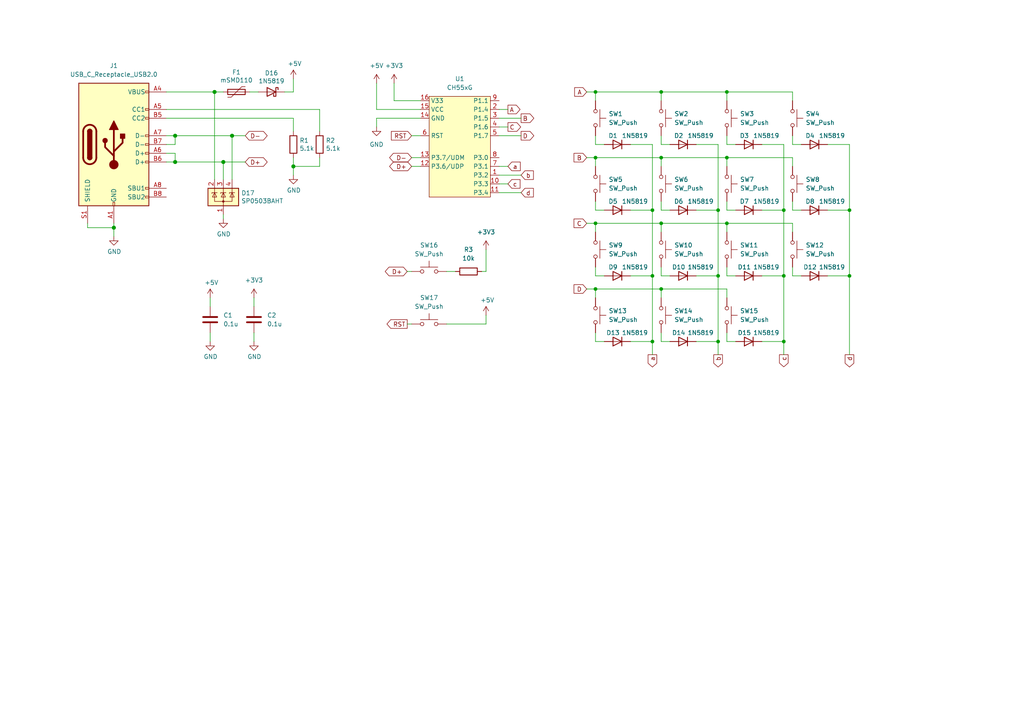
<source format=kicad_sch>
(kicad_sch (version 20211123) (generator eeschema)
  (paper "A4")
  (lib_symbols
    (symbol "Connector:USB_C_Receptacle_USB2.0" (pin_names (offset 1.016))
      (property "Reference" "J" (at -10.16 19.05 0))
      (property "Value" "USB_C_Receptacle_USB2.0" (at 19.05 19.05 0))
      (symbol "USB_C_Receptacle_USB2.0_0_0"
        (rectangle (start -0.254 -17.78) (end 0.254 -16.764))
        (rectangle (start 10.16 -14.986) (end 9.144 -15.494))
        (rectangle (start 10.16 -12.446) (end 9.144 -12.954))
        (rectangle (start 10.16 -4.826) (end 9.144 -5.334))
        (rectangle (start 10.16 -2.286) (end 9.144 -2.794))
        (rectangle (start 10.16 0.254) (end 9.144 -0.254))
        (rectangle (start 10.16 2.794) (end 9.144 2.286))
        (rectangle (start 10.16 7.874) (end 9.144 7.366))
        (rectangle (start 10.16 10.414) (end 9.144 9.906))
        (rectangle (start 10.16 15.494) (end 9.144 14.986))
      )
      (symbol "USB_C_Receptacle_USB2.0_0_1"
        (rectangle (start -10.16 17.78) (end 10.16 -17.78) (stroke (width 0.254)) (fill (type background)))
        (arc (start -8.89 -3.81) (mid -6.985 -5.715) (end -5.08 -3.81) (stroke (width 0.508)))
        (arc (start -7.62 -3.81) (mid -6.985 -4.445) (end -6.35 -3.81) (stroke (width 0.254)))
        (arc (start -7.62 -3.81) (mid -6.985 -4.445) (end -6.35 -3.81) (stroke (width 0.254)) (fill (type outline)))
        (rectangle (start -7.62 -3.81) (end -6.35 3.81) (stroke (width 0.254)) (fill (type outline)))
        (arc (start -6.35 3.81) (mid -6.985 4.445) (end -7.62 3.81) (stroke (width 0.254)))
        (arc (start -6.35 3.81) (mid -6.985 4.445) (end -7.62 3.81) (stroke (width 0.254)) (fill (type outline)))
        (arc (start -5.08 3.81) (mid -6.985 5.715) (end -8.89 3.81) (stroke (width 0.508)))
        (circle (center -2.54 1.143) (radius 0.635) (stroke (width 0.254)) (fill (type outline)))
        (circle (center 0 -5.842) (radius 1.27) (fill (type outline)))
        (polyline (pts (xy -8.89 -3.81) (xy -8.89 3.81)) (stroke (width 0.508)))
        (polyline (pts (xy -5.08 3.81) (xy -5.08 -3.81)) (stroke (width 0.508)))
        (polyline (pts (xy 0 -5.842) (xy 0 4.318)) (stroke (width 0.508)))
        (polyline (pts (xy 0 -3.302) (xy -2.54 -0.762) (xy -2.54 0.508)) (stroke (width 0.508)))
        (polyline (pts (xy 0 -2.032) (xy 2.54 0.508) (xy 2.54 1.778)) (stroke (width 0.508)))
        (polyline (pts (xy -1.27 4.318) (xy 0 6.858) (xy 1.27 4.318) (xy -1.27 4.318)) (stroke (width 0.254)) (fill (type outline)))
        (rectangle (start 1.905 1.778) (end 3.175 3.048) (stroke (width 0.254)) (fill (type outline)))
      )
      (symbol "USB_C_Receptacle_USB2.0_1_1"
        (pin passive line (at 0 -22.86 90) (length 5.08) (name "GND") (number "A1"))
        (pin passive line (at 0 -22.86 90) (length 5.08) hide (name "GND") (number "A12"))
        (pin passive line (at 15.24 15.24 180) (length 5.08) (name "VBUS") (number "A4"))
        (pin bidirectional line (at 15.24 10.16 180) (length 5.08) (name "CC1") (number "A5"))
        (pin bidirectional line (at 15.24 -2.54 180) (length 5.08) (name "D+") (number "A6"))
        (pin bidirectional line (at 15.24 2.54 180) (length 5.08) (name "D-") (number "A7"))
        (pin bidirectional line (at 15.24 -12.7 180) (length 5.08) (name "SBU1") (number "A8"))
        (pin passive line (at 15.24 15.24 180) (length 5.08) hide (name "VBUS") (number "A9"))
        (pin passive line (at 0 -22.86 90) (length 5.08) hide (name "GND") (number "B1"))
        (pin passive line (at 0 -22.86 90) (length 5.08) hide (name "GND") (number "B12"))
        (pin passive line (at 15.24 15.24 180) (length 5.08) hide (name "VBUS") (number "B4"))
        (pin bidirectional line (at 15.24 7.62 180) (length 5.08) (name "CC2") (number "B5"))
        (pin bidirectional line (at 15.24 -5.08 180) (length 5.08) (name "D+") (number "B6"))
        (pin bidirectional line (at 15.24 0 180) (length 5.08) (name "D-") (number "B7"))
        (pin bidirectional line (at 15.24 -15.24 180) (length 5.08) (name "SBU2") (number "B8"))
        (pin passive line (at 15.24 15.24 180) (length 5.08) hide (name "VBUS") (number "B9"))
        (pin passive line (at -7.62 -22.86 90) (length 5.08) (name "SHIELD") (number "S1"))
      )
    )
    (symbol "Device:C" (pin_numbers hide) (pin_names (offset 0.254))
      (property "Reference" "C" (at 0.635 2.54 0))
      (property "Value" "C" (at 0.635 -2.54 0))
      (symbol "C_0_1"
        (polyline (pts (xy -2.032 -0.762) (xy 2.032 -0.762)) (stroke (width 0.508)))
        (polyline (pts (xy -2.032 0.762) (xy 2.032 0.762)) (stroke (width 0.508)))
      )
      (symbol "C_1_1"
        (pin passive line (at 0 3.81 270) (length 2.794) (name "~") (number "1"))
        (pin passive line (at 0 -3.81 90) (length 2.794) (name "~") (number "2"))
      )
    )
    (symbol "Device:D" (pin_numbers hide) (pin_names (offset 1.016) hide)
      (property "Reference" "D" (at 0 2.54 0))
      (property "Value" "D" (at 0 -2.54 0))
      (symbol "D_0_1"
        (polyline (pts (xy -1.27 1.27) (xy -1.27 -1.27)) (stroke (width 0.254)))
        (polyline (pts (xy 1.27 0) (xy -1.27 0)))
        (polyline (pts (xy 1.27 1.27) (xy 1.27 -1.27) (xy -1.27 0) (xy 1.27 1.27)) (stroke (width 0.254)))
      )
      (symbol "D_1_1"
        (pin passive line (at -3.81 0 0) (length 2.54) (name "K") (number "1"))
        (pin passive line (at 3.81 0 180) (length 2.54) (name "A") (number "2"))
      )
    )
    (symbol "Device:D_Schottky" (pin_numbers hide) (pin_names (offset 1.016) hide)
      (property "Reference" "D" (at 0 2.54 0))
      (property "Value" "D_Schottky" (at 0 -2.54 0))
      (symbol "D_Schottky_0_1"
        (polyline (pts (xy 1.27 0) (xy -1.27 0)))
        (polyline (pts (xy 1.27 1.27) (xy 1.27 -1.27) (xy -1.27 0) (xy 1.27 1.27)) (stroke (width 0.254)))
        (polyline (pts (xy -1.905 0.635) (xy -1.905 1.27) (xy -1.27 1.27) (xy -1.27 -1.27) (xy -0.635 -1.27) (xy -0.635 -0.635)) (stroke (width 0.254)))
      )
      (symbol "D_Schottky_1_1"
        (pin passive line (at -3.81 0 0) (length 2.54) (name "K") (number "1"))
        (pin passive line (at 3.81 0 180) (length 2.54) (name "A") (number "2"))
      )
    )
    (symbol "Device:Polyfuse" (pin_numbers hide) (pin_names (offset 0))
      (property "Reference" "F" (at -2.54 0 90))
      (property "Value" "Polyfuse" (at 2.54 0 90))
      (symbol "Polyfuse_0_1"
        (rectangle (start -0.762 2.54) (end 0.762 -2.54) (stroke (width 0.254)))
        (polyline (pts (xy 0 2.54) (xy 0 -2.54)))
        (polyline (pts (xy -1.524 2.54) (xy -1.524 1.524) (xy 1.524 -1.524) (xy 1.524 -2.54)))
      )
      (symbol "Polyfuse_1_1"
        (pin passive line (at 0 3.81 270) (length 1.27) (name "~") (number "1"))
        (pin passive line (at 0 -3.81 90) (length 1.27) (name "~") (number "2"))
      )
    )
    (symbol "Device:R" (pin_numbers hide) (pin_names (offset 0))
      (property "Reference" "R" (at 2.032 0 90))
      (property "Value" "R" (at 0 0 90))
      (symbol "R_0_1"
        (rectangle (start -1.016 -2.54) (end 1.016 2.54) (stroke (width 0.254)))
      )
      (symbol "R_1_1"
        (pin passive line (at 0 3.81 270) (length 1.27) (name "~") (number "1"))
        (pin passive line (at 0 -3.81 90) (length 1.27) (name "~") (number "2"))
      )
    )
    (symbol "MCU_CH55x:CH55xG"
      (property "Reference" "U" (at -8.89 -16.51 0))
      (property "Value" "CH55xG" (at 0 -16.51 0))
      (symbol "CH55xG_0_1"
        (rectangle (start -8.89 13.97) (end 8.89 -15.24) (fill (type background)))
      )
      (symbol "CH55xG_1_1"
        (pin bidirectional line (at 11.43 -8.89 180) (length 2.54) (name "P3.2") (number "1"))
        (pin bidirectional line (at 11.43 -11.43 180) (length 2.54) (name "P3.3") (number "10"))
        (pin bidirectional line (at 11.43 -13.97 180) (length 2.54) (name "P3.4") (number "11"))
        (pin bidirectional line (at -11.43 -6.35 0) (length 2.54) (name "P3.6/UDP") (number "12"))
        (pin bidirectional line (at -11.43 -3.81 0) (length 2.54) (name "P3.7/UDM") (number "13"))
        (pin power_in line (at -11.43 7.62 0) (length 2.54) (name "GND") (number "14"))
        (pin power_in line (at -11.43 10.16 0) (length 2.54) (name "VCC") (number "15"))
        (pin power_out line (at -11.43 12.7 0) (length 2.54) (name "V33") (number "16"))
        (pin bidirectional line (at 11.43 10.16 180) (length 2.54) (name "P1.4") (number "2"))
        (pin bidirectional line (at 11.43 7.62 180) (length 2.54) (name "P1.5") (number "3"))
        (pin bidirectional line (at 11.43 5.08 180) (length 2.54) (name "P1.6") (number "4"))
        (pin bidirectional line (at 11.43 2.54 180) (length 2.54) (name "P1.7") (number "5"))
        (pin input line (at -11.43 2.54 0) (length 2.54) (name "RST") (number "6"))
        (pin bidirectional line (at 11.43 -6.35 180) (length 2.54) (name "P3.1") (number "7"))
        (pin bidirectional line (at 11.43 -3.81 180) (length 2.54) (name "P3.0") (number "8"))
        (pin bidirectional line (at 11.43 12.7 180) (length 2.54) (name "P1.1") (number "9"))
      )
    )
    (symbol "Power_Protection:SP0503BAHT" (pin_names hide)
      (property "Reference" "D" (at 5.715 2.54 0))
      (property "Value" "SP0503BAHT" (at 5.715 0.635 0))
      (symbol "SP0503BAHT_0_0"
        (pin passive line (at 0 -5.08 90) (length 2.54) (name "A") (number "1"))
      )
      (symbol "SP0503BAHT_0_1"
        (rectangle (start -4.445 2.54) (end 4.445 -2.54) (stroke (width 0.254)) (fill (type background)))
        (circle (center 0 -1.27) (radius 0.254) (fill (type outline)))
        (polyline (pts (xy -2.54 2.54) (xy -2.54 1.27)))
        (polyline (pts (xy 0 -1.27) (xy 0 -2.54)))
        (polyline (pts (xy 0 -1.27) (xy 0 1.27)))
        (polyline (pts (xy 0 2.54) (xy 0 1.27)))
        (polyline (pts (xy 0.635 1.27) (xy 0.762 1.27)))
        (polyline (pts (xy 2.54 2.54) (xy 2.54 1.27)))
        (polyline (pts (xy 0.635 1.27) (xy -0.762 1.27) (xy -0.762 1.016)))
        (polyline (pts (xy -3.302 1.016) (xy -3.302 1.27) (xy -1.905 1.27) (xy -1.778 1.27)))
        (polyline (pts (xy -2.54 1.27) (xy -2.54 -1.27) (xy 2.54 -1.27) (xy 2.54 1.27)))
        (polyline (pts (xy -2.54 1.27) (xy -1.905 0) (xy -3.175 0) (xy -2.54 1.27)))
        (polyline (pts (xy 0.635 0) (xy -0.635 0) (xy 0 1.27) (xy 0.635 0)))
        (polyline (pts (xy 1.778 1.016) (xy 1.778 1.27) (xy 3.175 1.27) (xy 3.302 1.27)))
        (polyline (pts (xy 2.54 1.27) (xy 1.905 0) (xy 3.175 0) (xy 2.54 1.27)))
      )
      (symbol "SP0503BAHT_1_1"
        (pin passive line (at -2.54 5.08 270) (length 2.54) (name "K") (number "2"))
        (pin passive line (at 0 5.08 270) (length 2.54) (name "K") (number "3"))
        (pin passive line (at 2.54 5.08 270) (length 2.54) (name "K") (number "4"))
      )
    )
    (symbol "Switch:SW_Push" (pin_numbers hide) (pin_names (offset 1.016) hide)
      (property "Reference" "SW" (at 1.27 2.54 0))
      (property "Value" "SW_Push" (at 0 -1.524 0))
      (symbol "SW_Push_0_1"
        (circle (center -2.032 0) (radius 0.508))
        (polyline (pts (xy 0 1.27) (xy 0 3.048)))
        (polyline (pts (xy 2.54 1.27) (xy -2.54 1.27)))
        (circle (center 2.032 0) (radius 0.508))
        (pin passive line (at -5.08 0 0) (length 2.54) (name "1") (number "1"))
        (pin passive line (at 5.08 0 180) (length 2.54) (name "2") (number "2"))
      )
    )
    (symbol "power:+3V3" (power) (pin_names (offset 0))
      (property "Value" "+3V3" (at 0 3.556 0))
      (symbol "+3V3_0_1"
        (polyline (pts (xy -0.762 1.27) (xy 0 2.54)))
        (polyline (pts (xy 0 0) (xy 0 2.54)))
        (polyline (pts (xy 0 2.54) (xy 0.762 1.27)))
      )
      (symbol "+3V3_1_1"
        (pin power_in line (at 0 0 90) (length 0) hide (name "+3V3") (number "1"))
      )
    )
    (symbol "power:+5V" (power) (pin_names (offset 0))
      (property "Value" "+5V" (at 0 3.556 0))
      (symbol "+5V_0_1"
        (polyline (pts (xy -0.762 1.27) (xy 0 2.54)))
        (polyline (pts (xy 0 0) (xy 0 2.54)))
        (polyline (pts (xy 0 2.54) (xy 0.762 1.27)))
      )
      (symbol "+5V_1_1"
        (pin power_in line (at 0 0 90) (length 0) hide (name "+5V") (number "1"))
      )
    )
    (symbol "power:GND" (power) (pin_names (offset 0))
      (property "Value" "GND" (at 0 -3.81 0))
      (symbol "GND_0_1"
        (polyline (pts (xy 0 0) (xy 0 -1.27) (xy 1.27 -1.27) (xy 0 -2.54) (xy -1.27 -1.27) (xy 0 -1.27)))
      )
      (symbol "GND_1_1"
        (pin power_in line (at 0 0 270) (length 0) hide (name "GND") (number "1"))
      )
    )
  )
  (junction (at 189.23 80.01))
  (junction (at 210.82 64.77))
  (junction (at 208.28 60.96))
  (junction (at 172.72 83.82))
  (junction (at 189.23 99.06))
  (junction (at 246.38 80.01))
  (junction (at 208.28 80.01))
  (junction (at 85.09 48.26) (diameter 1.016))
  (junction (at 191.77 26.67))
  (junction (at 172.72 26.67))
  (junction (at 246.38 60.96))
  (junction (at 62.23 26.67) (diameter 1.016))
  (junction (at 67.31 39.37) (diameter 1.016))
  (junction (at 210.82 45.72))
  (junction (at 64.77 46.99) (diameter 1.016))
  (junction (at 50.8 46.99) (diameter 1.016))
  (junction (at 227.33 60.96))
  (junction (at 208.28 99.06))
  (junction (at 189.23 60.96))
  (junction (at 172.72 64.77))
  (junction (at 227.33 80.01))
  (junction (at 191.77 64.77))
  (junction (at 210.82 26.67))
  (junction (at 191.77 83.82))
  (junction (at 172.72 45.72))
  (junction (at 191.77 45.72))
  (junction (at 50.8 39.37) (diameter 1.016))
  (junction (at 33.02 66.04) (diameter 1.016))
  (junction (at 227.33 99.06))
  (wire (pts (xy 189.23 60.96) (xy 189.23 80.01)))
  (wire (pts (xy 240.03 60.96) (xy 246.38 60.96)))
  (wire (pts (xy 172.72 45.72) (xy 191.77 45.72)))
  (wire (pts (xy 227.33 60.96) (xy 227.33 80.01)))
  (wire (pts (xy 210.82 45.72) (xy 229.87 45.72)))
  (wire (pts (xy 172.72 41.91) (xy 175.26 41.91)))
  (wire (pts (xy 246.38 60.96) (xy 246.38 80.01)))
  (wire (pts (xy 109.22 34.29) (xy 109.22 36.83)))
  (wire (pts (xy 172.72 99.06) (xy 175.26 99.06)))
  (wire (pts (xy 109.22 24.13) (xy 109.22 31.75)))
  (wire (pts (xy 33.02 66.04) (xy 25.4 66.04)))
  (wire (pts (xy 210.82 83.82) (xy 210.82 86.36)))
  (wire (pts (xy 140.97 78.74) (xy 139.7 78.74)))
  (wire (pts (xy 240.03 41.91) (xy 246.38 41.91)))
  (wire (pts (xy 64.77 52.07) (xy 64.77 46.99)))
  (wire (pts (xy 191.77 45.72) (xy 191.77 48.26)))
  (wire (pts (xy 229.87 60.96) (xy 232.41 60.96)))
  (wire (pts (xy 182.88 60.96) (xy 189.23 60.96)))
  (wire (pts (xy 114.3 24.13) (xy 114.3 29.21)))
  (wire (pts (xy 191.77 83.82) (xy 210.82 83.82)))
  (wire (pts (xy 85.09 48.26) (xy 85.09 50.8)))
  (wire (pts (xy 191.77 80.01) (xy 194.31 80.01)))
  (wire (pts (xy 114.3 29.21) (xy 121.92 29.21)))
  (wire (pts (xy 189.23 99.06) (xy 189.23 102.87)))
  (wire (pts (xy 191.77 64.77) (xy 191.77 67.31)))
  (wire (pts (xy 191.77 26.67) (xy 191.77 29.21)))
  (wire (pts (xy 144.78 55.88) (xy 151.13 55.88)))
  (wire (pts (xy 172.72 86.36) (xy 172.72 83.82)))
  (wire (pts (xy 210.82 26.67) (xy 210.82 29.21)))
  (wire (pts (xy 191.77 45.72) (xy 210.82 45.72)))
  (wire (pts (xy 85.09 45.72) (xy 85.09 48.26)))
  (wire (pts (xy 109.22 31.75) (xy 121.92 31.75)))
  (wire (pts (xy 85.09 38.1) (xy 85.09 34.29)))
  (wire (pts (xy 118.11 93.98) (xy 119.38 93.98)))
  (wire (pts (xy 172.72 96.52) (xy 172.72 99.06)))
  (wire (pts (xy 189.23 80.01) (xy 189.23 99.06)))
  (wire (pts (xy 208.28 60.96) (xy 208.28 80.01)))
  (wire (pts (xy 172.72 45.72) (xy 172.72 48.26)))
  (wire (pts (xy 191.77 96.52) (xy 191.77 99.06)))
  (wire (pts (xy 172.72 26.67) (xy 191.77 26.67)))
  (wire (pts (xy 144.78 50.8) (xy 151.13 50.8)))
  (wire (pts (xy 144.78 48.26) (xy 147.32 48.26)))
  (wire (pts (xy 227.33 41.91) (xy 227.33 60.96)))
  (wire (pts (xy 189.23 99.06) (xy 182.88 99.06)))
  (wire (pts (xy 229.87 77.47) (xy 229.87 80.01)))
  (wire (pts (xy 246.38 80.01) (xy 246.38 102.87)))
  (wire (pts (xy 213.36 99.06) (xy 210.82 99.06)))
  (wire (pts (xy 64.77 63.5) (xy 64.77 62.23)))
  (wire (pts (xy 210.82 99.06) (xy 210.82 96.52)))
  (wire (pts (xy 182.88 80.01) (xy 189.23 80.01)))
  (wire (pts (xy 74.93 26.67) (xy 72.39 26.67)))
  (wire (pts (xy 73.66 86.36) (xy 73.66 88.9)))
  (wire (pts (xy 85.09 48.26) (xy 92.71 48.26)))
  (wire (pts (xy 48.26 46.99) (xy 50.8 46.99)))
  (wire (pts (xy 67.31 39.37) (xy 71.12 39.37)))
  (wire (pts (xy 92.71 31.75) (xy 92.71 38.1)))
  (wire (pts (xy 172.72 83.82) (xy 191.77 83.82)))
  (wire (pts (xy 229.87 80.01) (xy 232.41 80.01)))
  (wire (pts (xy 191.77 26.67) (xy 210.82 26.67)))
  (wire (pts (xy 229.87 58.42) (xy 229.87 60.96)))
  (wire (pts (xy 33.02 68.58) (xy 33.02 66.04)))
  (wire (pts (xy 25.4 66.04) (xy 25.4 64.77)))
  (wire (pts (xy 144.78 36.83) (xy 147.32 36.83)))
  (wire (pts (xy 227.33 80.01) (xy 227.33 99.06)))
  (wire (pts (xy 50.8 46.99) (xy 50.8 44.45)))
  (wire (pts (xy 73.66 96.52) (xy 73.66 99.06)))
  (wire (pts (xy 170.18 83.82) (xy 172.72 83.82)))
  (wire (pts (xy 170.18 45.72) (xy 172.72 45.72)))
  (wire (pts (xy 62.23 52.07) (xy 62.23 26.67)))
  (wire (pts (xy 220.98 60.96) (xy 227.33 60.96)))
  (wire (pts (xy 62.23 26.67) (xy 48.26 26.67)))
  (wire (pts (xy 50.8 39.37) (xy 67.31 39.37)))
  (wire (pts (xy 170.18 64.77) (xy 172.72 64.77)))
  (wire (pts (xy 172.72 39.37) (xy 172.72 41.91)))
  (wire (pts (xy 118.11 78.74) (xy 119.38 78.74)))
  (wire (pts (xy 144.78 39.37) (xy 151.13 39.37)))
  (wire (pts (xy 208.28 99.06) (xy 201.93 99.06)))
  (wire (pts (xy 33.02 66.04) (xy 33.02 64.77)))
  (wire (pts (xy 191.77 58.42) (xy 191.77 60.96)))
  (wire (pts (xy 191.77 77.47) (xy 191.77 80.01)))
  (wire (pts (xy 208.28 80.01) (xy 208.28 99.06)))
  (wire (pts (xy 140.97 93.98) (xy 140.97 91.44)))
  (wire (pts (xy 62.23 26.67) (xy 64.77 26.67)))
  (wire (pts (xy 229.87 26.67) (xy 229.87 29.21)))
  (wire (pts (xy 227.33 99.06) (xy 220.98 99.06)))
  (wire (pts (xy 240.03 80.01) (xy 246.38 80.01)))
  (wire (pts (xy 210.82 26.67) (xy 229.87 26.67)))
  (wire (pts (xy 229.87 39.37) (xy 229.87 41.91)))
  (wire (pts (xy 85.09 26.67) (xy 85.09 22.86)))
  (wire (pts (xy 210.82 39.37) (xy 210.82 41.91)))
  (wire (pts (xy 182.88 41.91) (xy 189.23 41.91)))
  (wire (pts (xy 172.72 26.67) (xy 172.72 29.21)))
  (wire (pts (xy 210.82 80.01) (xy 213.36 80.01)))
  (wire (pts (xy 208.28 41.91) (xy 208.28 60.96)))
  (wire (pts (xy 189.23 41.91) (xy 189.23 60.96)))
  (wire (pts (xy 50.8 44.45) (xy 48.26 44.45)))
  (wire (pts (xy 119.38 45.72) (xy 121.92 45.72)))
  (wire (pts (xy 210.82 45.72) (xy 210.82 48.26)))
  (wire (pts (xy 191.77 83.82) (xy 191.77 86.36)))
  (wire (pts (xy 129.54 93.98) (xy 140.97 93.98)))
  (wire (pts (xy 210.82 77.47) (xy 210.82 80.01)))
  (wire (pts (xy 191.77 99.06) (xy 194.31 99.06)))
  (wire (pts (xy 144.78 53.34) (xy 147.32 53.34)))
  (wire (pts (xy 220.98 41.91) (xy 227.33 41.91)))
  (wire (pts (xy 67.31 39.37) (xy 67.31 52.07)))
  (wire (pts (xy 85.09 34.29) (xy 48.26 34.29)))
  (wire (pts (xy 210.82 64.77) (xy 210.82 67.31)))
  (wire (pts (xy 64.77 46.99) (xy 71.12 46.99)))
  (wire (pts (xy 172.72 64.77) (xy 191.77 64.77)))
  (wire (pts (xy 172.72 67.31) (xy 172.72 64.77)))
  (wire (pts (xy 191.77 39.37) (xy 191.77 41.91)))
  (wire (pts (xy 201.93 60.96) (xy 208.28 60.96)))
  (wire (pts (xy 60.96 96.52) (xy 60.96 99.06)))
  (wire (pts (xy 210.82 60.96) (xy 213.36 60.96)))
  (wire (pts (xy 50.8 46.99) (xy 64.77 46.99)))
  (wire (pts (xy 48.26 41.91) (xy 50.8 41.91)))
  (wire (pts (xy 201.93 80.01) (xy 208.28 80.01)))
  (wire (pts (xy 210.82 41.91) (xy 213.36 41.91)))
  (wire (pts (xy 60.96 86.36) (xy 60.96 88.9)))
  (wire (pts (xy 119.38 48.26) (xy 121.92 48.26)))
  (wire (pts (xy 92.71 48.26) (xy 92.71 45.72)))
  (wire (pts (xy 210.82 58.42) (xy 210.82 60.96)))
  (wire (pts (xy 121.92 34.29) (xy 109.22 34.29)))
  (wire (pts (xy 170.18 26.67) (xy 172.72 26.67)))
  (wire (pts (xy 140.97 72.39) (xy 140.97 78.74)))
  (wire (pts (xy 220.98 80.01) (xy 227.33 80.01)))
  (wire (pts (xy 48.26 31.75) (xy 92.71 31.75)))
  (wire (pts (xy 172.72 58.42) (xy 172.72 60.96)))
  (wire (pts (xy 129.54 78.74) (xy 132.08 78.74)))
  (wire (pts (xy 172.72 77.47) (xy 172.72 80.01)))
  (wire (pts (xy 191.77 60.96) (xy 194.31 60.96)))
  (wire (pts (xy 50.8 39.37) (xy 48.26 39.37)))
  (wire (pts (xy 191.77 41.91) (xy 194.31 41.91)))
  (wire (pts (xy 210.82 64.77) (xy 229.87 64.77)))
  (wire (pts (xy 208.28 99.06) (xy 208.28 102.87)))
  (wire (pts (xy 201.93 41.91) (xy 208.28 41.91)))
  (wire (pts (xy 119.38 39.37) (xy 121.92 39.37)))
  (wire (pts (xy 246.38 41.91) (xy 246.38 60.96)))
  (wire (pts (xy 229.87 45.72) (xy 229.87 48.26)))
  (wire (pts (xy 229.87 64.77) (xy 229.87 67.31)))
  (wire (pts (xy 229.87 41.91) (xy 232.41 41.91)))
  (wire (pts (xy 172.72 80.01) (xy 175.26 80.01)))
  (wire (pts (xy 144.78 34.29) (xy 151.13 34.29)))
  (wire (pts (xy 144.78 31.75) (xy 147.32 31.75)))
  (wire (pts (xy 172.72 60.96) (xy 175.26 60.96)))
  (wire (pts (xy 50.8 41.91) (xy 50.8 39.37)))
  (wire (pts (xy 82.55 26.67) (xy 85.09 26.67)))
  (wire (pts (xy 191.77 64.77) (xy 210.82 64.77)))
  (wire (pts (xy 227.33 99.06) (xy 227.33 102.87)))
  (global_label "D" (shape input) (at 170.18 83.82 180) (property "Intersheet References" "${INTERSHEET_REFS}" (effects hide)))
  (global_label "b" (shape output) (at 208.28 102.87 270) (property "Intersheet References" "${INTERSHEET_REFS}" (effects hide)))
  (global_label "RST" (shape output) (at 118.11 93.98 180) (property "Intersheet References" "${INTERSHEET_REFS}" (effects hide)))
  (global_label "RST" (shape input) (at 119.38 39.37 180) (property "Intersheet References" "${INTERSHEET_REFS}" (effects hide)))
  (global_label "D+" (shape bidirectional) (at 119.38 48.26 180) (property "Intersheet References" "${INTERSHEET_REFS}" (effects hide)))
  (global_label "d" (shape input) (at 151.13 55.88 0) (property "Intersheet References" "${INTERSHEET_REFS}" (effects hide)))
  (global_label "D+" (shape bidirectional) (at 118.11 78.74 180) (property "Intersheet References" "${INTERSHEET_REFS}" (effects hide)))
  (global_label "B" (shape output) (at 151.13 34.29 0) (property "Intersheet References" "${INTERSHEET_REFS}" (effects hide)))
  (global_label "a" (shape output) (at 189.23 102.87 270) (property "Intersheet References" "${INTERSHEET_REFS}" (effects hide)))
  (global_label "A" (shape output) (at 147.32 31.75 0) (property "Intersheet References" "${INTERSHEET_REFS}" (effects hide)))
  (global_label "d" (shape output) (at 246.38 102.87 270) (property "Intersheet References" "${INTERSHEET_REFS}" (effects hide)))
  (global_label "D-" (shape bidirectional) (at 119.38 45.72 180) (property "Intersheet References" "${INTERSHEET_REFS}" (effects hide)))
  (global_label "D" (shape output) (at 151.13 39.37 0) (property "Intersheet References" "${INTERSHEET_REFS}" (effects hide)))
  (global_label "D-" (shape bidirectional) (at 71.12 39.37 0) (property "Intersheet References" "${INTERSHEET_REFS}" (effects hide)))
  (global_label "c" (shape output) (at 227.33 102.87 270) (property "Intersheet References" "${INTERSHEET_REFS}" (effects hide)))
  (global_label "c" (shape input) (at 147.32 53.34 0) (property "Intersheet References" "${INTERSHEET_REFS}" (effects hide)))
  (global_label "b" (shape input) (at 151.13 50.8 0) (property "Intersheet References" "${INTERSHEET_REFS}" (effects hide)))
  (global_label "C" (shape output) (at 147.32 36.83 0) (property "Intersheet References" "${INTERSHEET_REFS}" (effects hide)))
  (global_label "B" (shape input) (at 170.18 45.72 180) (property "Intersheet References" "${INTERSHEET_REFS}" (effects hide)))
  (global_label "D+" (shape bidirectional) (at 71.12 46.99 0) (property "Intersheet References" "${INTERSHEET_REFS}" (effects hide)))
  (global_label "C" (shape input) (at 170.18 64.77 180) (property "Intersheet References" "${INTERSHEET_REFS}" (effects hide)))
  (global_label "A" (shape input) (at 170.18 26.67 180) (property "Intersheet References" "${INTERSHEET_REFS}" (effects hide)))
  (global_label "a" (shape input) (at 147.32 48.26 0) (property "Intersheet References" "${INTERSHEET_REFS}" (effects hide)))
  (symbol (lib_id "Device:C") (at 60.96 92.71 0) (unit 1)
    (property "Reference" "C1" (at 64.77 91.4399 0) (effects (justify left)))
    (property "Value" "0.1u" (at 64.77 93.9799 0) (effects (justify left)))
    (property "Footprint" "Capacitor_SMD:C_0402_1005Metric" (effects hide))
  )
  (symbol (lib_id "Switch:SW_Push") (at 191.77 91.44 270) (unit 1)
    (property "Reference" "SW14" (at 195.58 90.1699 90) (effects (justify left)))
    (property "Value" "SW_Push" (at 195.58 92.71 90) (effects (justify left)))
    (property "Footprint" "Button_Switch_Keyboard:SW_Cherry_MX_1.00u_PCB" (effects hide))
  )
  (symbol (lib_id "Switch:SW_Push") (at 210.82 34.29 270) (unit 1)
    (property "Reference" "SW3" (at 214.63 33.0199 90) (effects (justify left)))
    (property "Value" "SW_Push" (at 214.63 35.56 90) (effects (justify left)))
    (property "Footprint" "Button_Switch_Keyboard:SW_Cherry_MX_1.00u_PCB" (effects hide))
  )
  (symbol (lib_id "power:GND") (at 109.22 36.83 0) (unit 1)
    (property "Reference" "#PWR04" (effects hide))
    (property "Value" "GND" (at 109.22 41.91 0))
  )
  (symbol (lib_id "Switch:SW_Push") (at 229.87 72.39 270) (unit 1)
    (property "Reference" "SW12" (at 233.68 71.1199 90) (effects (justify left)))
    (property "Value" "SW_Push" (at 233.68 73.66 90) (effects (justify left)))
    (property "Footprint" "Button_Switch_Keyboard:SW_Cherry_MX_1.00u_PCB" (effects hide))
  )
  (symbol (lib_id "Switch:SW_Push") (at 191.77 53.34 270) (unit 1)
    (property "Reference" "SW6" (at 195.58 52.0699 90) (effects (justify left)))
    (property "Value" "SW_Push" (at 195.58 54.61 90) (effects (justify left)))
    (property "Footprint" "Button_Switch_Keyboard:SW_Cherry_MX_1.00u_PCB" (effects hide))
  )
  (symbol (lib_id "Device:D") (at 198.12 60.96 180) (unit 1)
    (property "Reference" "D6" (at 196.85 58.42 0))
    (property "Value" "1N5819" (at 203.2 58.42 0))
    (property "Footprint" "Diode_SMD:D_SOD-123" (effects hide))
  )
  (symbol (lib_id "power:+5V") (at 140.97 91.44 0) (unit 1)
    (property "Reference" "#PWR011" (effects hide))
    (property "Value" "+5V" (at 141.351 87.0458 0))
  )
  (symbol (lib_id "Device:D") (at 179.07 60.96 180) (unit 1)
    (property "Reference" "D5" (at 177.8 58.42 0))
    (property "Value" "1N5819" (at 184.15 58.42 0))
    (property "Footprint" "Diode_SMD:D_SOD-123" (effects hide))
  )
  (symbol (lib_id "power:GND") (at 33.02 68.58 0) (unit 1)
    (property "Reference" "#PWR07" (effects hide))
    (property "Value" "GND" (at 33.147 72.9742 0))
  )
  (symbol (lib_id "power:+3V3") (at 140.97 72.39 0) (unit 1)
    (property "Reference" "#PWR08" (effects hide))
    (property "Value" "+3V3" (at 140.97 67.31 0))
  )
  (symbol (lib_id "Device:R") (at 85.09 41.91 0) (unit 1)
    (property "Reference" "R1" (at 86.868 40.7416 0) (effects (justify left)))
    (property "Value" "5.1k" (at 86.868 43.053 0) (effects (justify left)))
    (property "Footprint" "Resistor_SMD:R_0402_1005Metric" (effects hide))
  )
  (symbol (lib_id "Device:D") (at 179.07 41.91 180) (unit 1)
    (property "Reference" "D1" (at 177.8 39.37 0))
    (property "Value" "1N5819" (at 184.15 39.37 0))
    (property "Footprint" "Diode_SMD:D_SOD-123" (effects hide))
  )
  (symbol (lib_id "power:+3V3") (at 114.3 24.13 0) (unit 1)
    (property "Reference" "#PWR03" (effects hide))
    (property "Value" "+3V3" (at 114.3 19.05 0))
  )
  (symbol (lib_id "Device:R") (at 135.89 78.74 270) (unit 1)
    (property "Reference" "R3" (at 135.89 72.39 90))
    (property "Value" "10k" (at 135.89 74.93 90))
    (property "Footprint" "Resistor_SMD:R_0402_1005Metric" (effects hide))
  )
  (symbol (lib_id "Device:Polyfuse") (at 68.58 26.67 270) (unit 1)
    (property "Reference" "F1" (at 68.58 20.955 90))
    (property "Value" "mSMD110" (at 68.58 23.2664 90))
    (property "Footprint" "Fuse:Fuse_1812_4532Metric" (effects hide))
  )
  (symbol (lib_id "Device:D") (at 179.07 80.01 180) (unit 1)
    (property "Reference" "D9" (at 177.8 77.47 0))
    (property "Value" "1N5819" (at 184.15 77.47 0))
    (property "Footprint" "Diode_SMD:D_SOD-123" (effects hide))
  )
  (symbol (lib_id "Device:D") (at 198.12 99.06 180) (unit 1)
    (property "Reference" "D14" (at 196.85 96.52 0))
    (property "Value" "1N5819" (at 203.2 96.52 0))
    (property "Footprint" "Diode_SMD:D_SOD-123" (effects hide))
  )
  (symbol (lib_id "Device:C") (at 73.66 92.71 0) (unit 1)
    (property "Reference" "C2" (at 77.47 91.4399 0) (effects (justify left)))
    (property "Value" "0.1u" (at 77.47 93.9799 0) (effects (justify left)))
    (property "Footprint" "Capacitor_SMD:C_0402_1005Metric" (effects hide))
  )
  (symbol (lib_id "Device:D") (at 236.22 41.91 180) (unit 1)
    (property "Reference" "D4" (at 234.95 39.37 0))
    (property "Value" "1N5819" (at 241.3 39.37 0))
    (property "Footprint" "Diode_SMD:D_SOD-123" (effects hide))
  )
  (symbol (lib_id "Device:D") (at 198.12 41.91 180) (unit 1)
    (property "Reference" "D2" (at 196.85 39.37 0))
    (property "Value" "1N5819" (at 203.2 39.37 0))
    (property "Footprint" "Diode_SMD:D_SOD-123" (effects hide))
  )
  (symbol (lib_id "power:GND") (at 64.77 63.5 0) (unit 1)
    (property "Reference" "#PWR06" (effects hide))
    (property "Value" "GND" (at 64.897 67.8942 0))
  )
  (symbol (lib_id "power:+5V") (at 60.96 86.36 0) (unit 1)
    (property "Reference" "#PWR09" (effects hide))
    (property "Value" "+5V" (at 61.341 81.9658 0))
  )
  (symbol (lib_id "Switch:SW_Push") (at 124.46 78.74 0) (unit 1)
    (property "Reference" "SW16" (at 124.46 71.12 0))
    (property "Value" "SW_Push" (at 124.46 73.66 0))
    (property "Footprint" "Button_Switch_SMD:SW_Push_SPST_NO_Alps_SKRK" (effects hide))
  )
  (symbol (lib_id "Connector:USB_C_Receptacle_USB2.0") (at 33.02 41.91 0) (unit 1)
    (property "Reference" "J1" (at 33.02 19.05 0))
    (property "Value" "USB_C_Receptacle_USB2.0" (at 33.02 21.59 0))
    (property "Footprint" "SuLibs:USB_C_2.0" (effects hide))
    (property "Datasheet" "https://www.usb.org/sites/default/files/documents/usb_type-c.zip" (effects hide))
  )
  (symbol (lib_id "Device:D") (at 217.17 60.96 180) (unit 1)
    (property "Reference" "D7" (at 215.9 58.42 0))
    (property "Value" "1N5819" (at 222.25 58.42 0))
    (property "Footprint" "Diode_SMD:D_SOD-123" (effects hide))
  )
  (symbol (lib_id "Switch:SW_Push") (at 172.72 91.44 270) (unit 1)
    (property "Reference" "SW13" (at 176.53 90.1699 90) (effects (justify left)))
    (property "Value" "SW_Push" (at 176.53 92.71 90) (effects (justify left)))
    (property "Footprint" "Button_Switch_Keyboard:SW_Cherry_MX_1.00u_PCB" (effects hide))
  )
  (symbol (lib_id "Switch:SW_Push") (at 191.77 72.39 270) (unit 1)
    (property "Reference" "SW10" (at 195.58 71.1199 90) (effects (justify left)))
    (property "Value" "SW_Push" (at 195.58 73.66 90) (effects (justify left)))
    (property "Footprint" "Button_Switch_Keyboard:SW_Cherry_MX_1.00u_PCB" (effects hide))
  )
  (symbol (lib_id "Device:D") (at 236.22 80.01 180) (unit 1)
    (property "Reference" "D12" (at 234.95 77.47 0))
    (property "Value" "1N5819" (at 241.3 77.47 0))
    (property "Footprint" "Diode_SMD:D_SOD-123" (effects hide))
  )
  (symbol (lib_id "MCU_CH55x:CH55xG") (at 133.35 41.91 0) (unit 1)
    (property "Reference" "U1" (at 133.35 22.86 0))
    (property "Value" "CH55xG" (at 133.35 25.4 0))
    (property "Footprint" "Package_SO:SOIC-16_3.9x9.9mm_P1.27mm" (effects hide))
  )
  (symbol (lib_id "Switch:SW_Push") (at 172.72 53.34 270) (unit 1)
    (property "Reference" "SW5" (at 176.53 52.0699 90) (effects (justify left)))
    (property "Value" "SW_Push" (at 176.53 54.61 90) (effects (justify left)))
    (property "Footprint" "Button_Switch_Keyboard:SW_Cherry_MX_1.00u_PCB" (effects hide))
  )
  (symbol (lib_id "power:GND") (at 73.66 99.06 0) (unit 1)
    (property "Reference" "#PWR013" (effects hide))
    (property "Value" "GND" (at 73.787 103.4542 0))
  )
  (symbol (lib_id "Switch:SW_Push") (at 172.72 34.29 270) (unit 1)
    (property "Reference" "SW1" (at 176.53 33.0199 90) (effects (justify left)))
    (property "Value" "SW_Push" (at 176.53 35.56 90) (effects (justify left)))
    (property "Footprint" "Button_Switch_Keyboard:SW_Cherry_MX_1.00u_PCB" (effects hide))
  )
  (symbol (lib_id "Switch:SW_Push") (at 210.82 72.39 270) (unit 1)
    (property "Reference" "SW11" (at 214.63 71.1199 90) (effects (justify left)))
    (property "Value" "SW_Push" (at 214.63 73.66 90) (effects (justify left)))
    (property "Footprint" "Button_Switch_Keyboard:SW_Cherry_MX_1.00u_PCB" (effects hide))
  )
  (symbol (lib_id "power:+3V3") (at 73.66 86.36 0) (unit 1)
    (property "Reference" "#PWR010" (effects hide))
    (property "Value" "+3V3" (at 73.66 81.28 0))
  )
  (symbol (lib_id "power:+5V") (at 85.09 22.86 0) (unit 1)
    (property "Reference" "#PWR01" (effects hide))
    (property "Value" "+5V" (at 85.471 18.4658 0))
  )
  (symbol (lib_id "power:+5V") (at 109.22 24.13 0) (unit 1)
    (property "Reference" "#PWR02" (effects hide))
    (property "Value" "+5V" (at 109.22 19.05 0))
  )
  (symbol (lib_id "Switch:SW_Push") (at 210.82 91.44 270) (unit 1)
    (property "Reference" "SW15" (at 214.63 90.1699 90) (effects (justify left)))
    (property "Value" "SW_Push" (at 214.63 92.71 90) (effects (justify left)))
    (property "Footprint" "Button_Switch_Keyboard:SW_Cherry_MX_1.00u_PCB" (effects hide))
  )
  (symbol (lib_id "Switch:SW_Push") (at 229.87 53.34 270) (unit 1)
    (property "Reference" "SW8" (at 233.68 52.0699 90) (effects (justify left)))
    (property "Value" "SW_Push" (at 233.68 54.61 90) (effects (justify left)))
    (property "Footprint" "Button_Switch_Keyboard:SW_Cherry_MX_1.00u_PCB" (effects hide))
  )
  (symbol (lib_id "Switch:SW_Push") (at 229.87 34.29 270) (unit 1)
    (property "Reference" "SW4" (at 233.68 33.0199 90) (effects (justify left)))
    (property "Value" "SW_Push" (at 233.68 35.56 90) (effects (justify left)))
    (property "Footprint" "Button_Switch_Keyboard:SW_Cherry_MX_1.00u_PCB" (effects hide))
  )
  (symbol (lib_id "Device:D") (at 217.17 80.01 180) (unit 1)
    (property "Reference" "D11" (at 215.9 77.47 0))
    (property "Value" "1N5819" (at 222.25 77.47 0))
    (property "Footprint" "Diode_SMD:D_SOD-123" (effects hide))
  )
  (symbol (lib_id "Device:D") (at 198.12 80.01 180) (unit 1)
    (property "Reference" "D10" (at 196.85 77.47 0))
    (property "Value" "1N5819" (at 203.2 77.47 0))
    (property "Footprint" "Diode_SMD:D_SOD-123" (effects hide))
  )
  (symbol (lib_id "Power_Protection:SP0503BAHT") (at 64.77 57.15 0) (unit 1)
    (property "Reference" "D17" (at 69.977 55.9816 0) (effects (justify left)))
    (property "Value" "SP0503BAHT" (at 69.977 58.293 0) (effects (justify left)))
    (property "Footprint" "Package_TO_SOT_SMD:SOT-143" (effects hide))
    (property "Datasheet" "http://www.littelfuse.com/~/media/files/littelfuse/technical%20resources/documents/data%20sheets/sp05xxba.pdf" (effects hide))
  )
  (symbol (lib_id "Switch:SW_Push") (at 124.46 93.98 0) (unit 1)
    (property "Reference" "SW17" (at 124.46 86.36 0))
    (property "Value" "SW_Push" (at 124.46 88.9 0))
    (property "Footprint" "Button_Switch_SMD:SW_Push_SPST_NO_Alps_SKRK" (effects hide))
  )
  (symbol (lib_id "Device:D_Schottky") (at 78.74 26.67 0) (mirror y) (unit 1)
    (property "Reference" "D16" (at 78.74 21.1836 0))
    (property "Value" "1N5819" (at 78.74 23.495 0))
    (property "Footprint" "Diode_SMD:D_SOD-123" (effects hide))
  )
  (symbol (lib_id "power:GND") (at 85.09 50.8 0) (unit 1)
    (property "Reference" "#PWR05" (effects hide))
    (property "Value" "GND" (at 85.217 55.1942 0))
  )
  (symbol (lib_id "Device:D") (at 179.07 99.06 180) (unit 1)
    (property "Reference" "D13" (at 177.8 96.52 0))
    (property "Value" "1N5819" (at 184.15 96.52 0))
    (property "Footprint" "Diode_SMD:D_SOD-123" (effects hide))
  )
  (symbol (lib_id "Device:D") (at 217.17 41.91 180) (unit 1)
    (property "Reference" "D3" (at 215.9 39.37 0))
    (property "Value" "1N5819" (at 222.25 39.37 0))
    (property "Footprint" "Diode_SMD:D_SOD-123" (effects hide))
  )
  (symbol (lib_id "power:GND") (at 60.96 99.06 0) (unit 1)
    (property "Reference" "#PWR012" (effects hide))
    (property "Value" "GND" (at 61.087 103.4542 0))
  )
  (symbol (lib_id "Device:R") (at 92.71 41.91 0) (unit 1)
    (property "Reference" "R2" (at 94.488 40.7416 0) (effects (justify left)))
    (property "Value" "5.1k" (at 94.488 43.053 0) (effects (justify left)))
    (property "Footprint" "Resistor_SMD:R_0402_1005Metric" (effects hide))
  )
  (symbol (lib_id "Device:D") (at 236.22 60.96 180) (unit 1)
    (property "Reference" "D8" (at 234.95 58.42 0))
    (property "Value" "1N5819" (at 241.3 58.42 0))
    (property "Footprint" "Diode_SMD:D_SOD-123" (effects hide))
  )
  (symbol (lib_id "Switch:SW_Push") (at 210.82 53.34 270) (unit 1)
    (property "Reference" "SW7" (at 214.63 52.0699 90) (effects (justify left)))
    (property "Value" "SW_Push" (at 214.63 54.61 90) (effects (justify left)))
    (property "Footprint" "Button_Switch_Keyboard:SW_Cherry_MX_1.00u_PCB" (effects hide))
  )
  (symbol (lib_id "Switch:SW_Push") (at 191.77 34.29 270) (unit 1)
    (property "Reference" "SW2" (at 195.58 33.0199 90) (effects (justify left)))
    (property "Value" "SW_Push" (at 195.58 35.56 90) (effects (justify left)))
    (property "Footprint" "Button_Switch_Keyboard:SW_Cherry_MX_1.00u_PCB" (effects hide))
  )
  (symbol (lib_id "Device:D") (at 217.17 99.06 180) (unit 1)
    (property "Reference" "D15" (at 215.9 96.52 0))
    (property "Value" "1N5819" (at 222.25 96.52 0))
    (property "Footprint" "Diode_SMD:D_SOD-123" (effects hide))
  )
  (symbol (lib_id "Switch:SW_Push") (at 172.72 72.39 270) (unit 1)
    (property "Reference" "SW9" (at 176.53 71.1199 90) (effects (justify left)))
    (property "Value" "SW_Push" (at 176.53 73.66 90) (effects (justify left)))
    (property "Footprint" "Button_Switch_Keyboard:SW_Cherry_MX_1.00u_PCB" (effects hide))
  )
)
</source>
